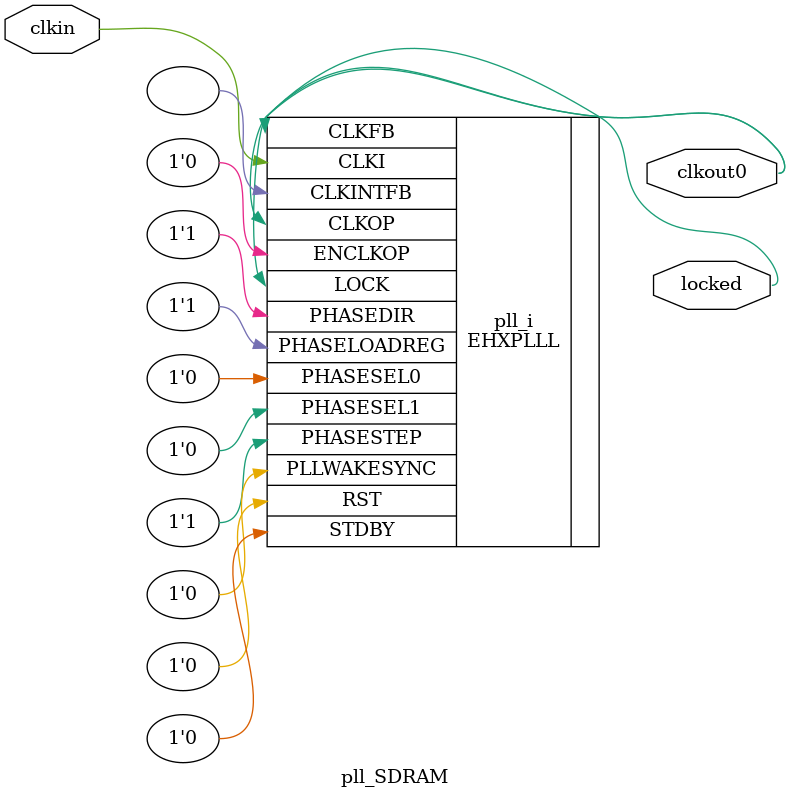
<source format=v>
module pll_SDRAM
(
    input clkin, // 25 MHz, 0 deg
    output clkout0, // 100 MHz, 0 deg
    output locked
);
(* FREQUENCY_PIN_CLKI="25" *)
(* FREQUENCY_PIN_CLKOP="100" *)
(* ICP_CURRENT="12" *) (* LPF_RESISTOR="8" *) (* MFG_ENABLE_FILTEROPAMP="1" *) (* MFG_GMCREF_SEL="2" *)
EHXPLLL #(
        .PLLRST_ENA("DISABLED"),
        .INTFB_WAKE("DISABLED"),
        .STDBY_ENABLE("DISABLED"),
        .DPHASE_SOURCE("DISABLED"),
        .OUTDIVIDER_MUXA("DIVA"),
        .OUTDIVIDER_MUXB("DIVB"),
        .OUTDIVIDER_MUXC("DIVC"),
        .OUTDIVIDER_MUXD("DIVD"),
        .CLKI_DIV(1),
        .CLKOP_ENABLE("ENABLED"),
        .CLKOP_DIV(6),
        .CLKOP_CPHASE(2),
        .CLKOP_FPHASE(0),
        .FEEDBK_PATH("CLKOP"),
        .CLKFB_DIV(4)
    ) pll_i (
        .RST(1'b0),
        .STDBY(1'b0),
        .CLKI(clkin),
        .CLKOP(clkout0),
        .CLKFB(clkout0),
        .CLKINTFB(),
        .PHASESEL0(1'b0),
        .PHASESEL1(1'b0),
        .PHASEDIR(1'b1),
        .PHASESTEP(1'b1),
        .PHASELOADREG(1'b1),
        .PLLWAKESYNC(1'b0),
        .ENCLKOP(1'b0),
        .LOCK(locked)
	);
endmodule

</source>
